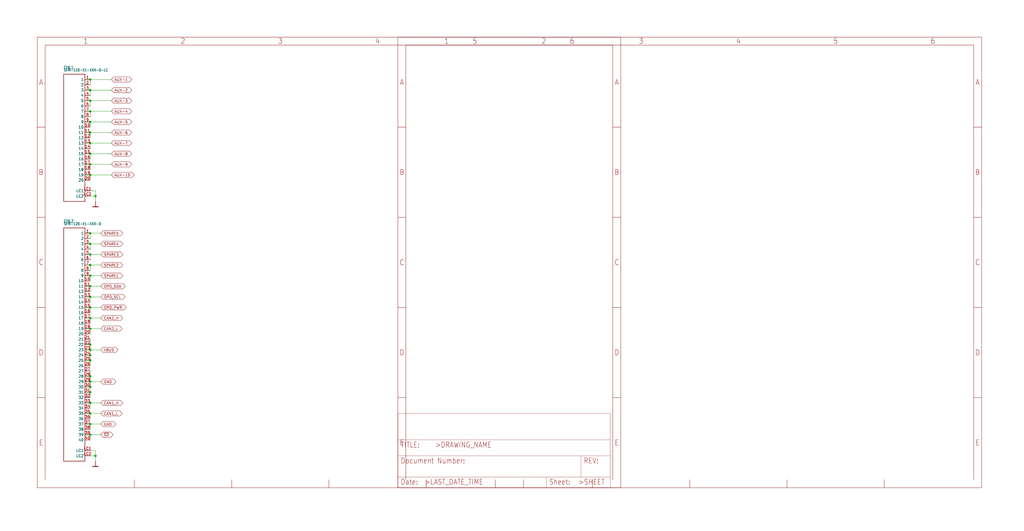
<source format=kicad_sch>
(kicad_sch (version 20211123) (generator eeschema)
  (paper "User" 490.22 254.406)
  (lib_symbols
    (symbol "oresat-backplane-2u-eagle-import:FRAME_A_L"
      (symbol "FRAME_A_L_0_0"
        (polyline (pts (xy 0 43.18) (xy 3.81 43.18)))
        (polyline (pts (xy 0 86.36) (xy 3.81 86.36)))
        (polyline (pts (xy 0 129.54) (xy 3.81 129.54)))
        (polyline (pts (xy 0 172.72) (xy 3.81 172.72)))
        (polyline (pts (xy 3.81 3.81) (xy 3.81 212.09)))
        (polyline (pts (xy 46.5667 0) (xy 46.5667 3.81)))
        (polyline (pts (xy 93.1333 0) (xy 93.1333 3.81)))
        (polyline (pts (xy 139.7 0) (xy 139.7 3.81)))
        (polyline (pts (xy 186.2667 0) (xy 186.2667 3.81)))
        (polyline (pts (xy 232.8333 0) (xy 232.8333 3.81)))
        (polyline (pts (xy 275.59 3.81) (xy 275.59 212.09)))
        (polyline (pts (xy 275.59 43.18) (xy 279.4 43.18)))
        (polyline (pts (xy 275.59 86.36) (xy 279.4 86.36)))
        (polyline (pts (xy 275.59 129.54) (xy 279.4 129.54)))
        (polyline (pts (xy 275.59 172.72) (xy 279.4 172.72)))
        (polyline (pts (xy 275.59 212.09) (xy 3.81 212.09)))
        (polyline (pts (xy 0 0) (xy 279.4 0) (xy 279.4 215.9) (xy 0 215.9) (xy 0 0)))
        (text "1" (at 23.2833 213.995 0) (effects (font (size 2.54 2.286))))
        (text "2" (at 69.85 213.995 0) (effects (font (size 2.54 2.286))))
        (text "3" (at 116.4167 213.995 0) (effects (font (size 2.54 2.286))))
        (text "4" (at 162.9833 213.995 0) (effects (font (size 2.54 2.286))))
        (text "5" (at 209.55 213.995 0) (effects (font (size 2.54 2.286))))
        (text "6" (at 256.1167 213.995 0) (effects (font (size 2.54 2.286))))
        (text "A" (at 1.905 194.31 0) (effects (font (size 2.54 2.286))))
        (text "A" (at 277.495 194.31 0) (effects (font (size 2.54 2.286))))
        (text "B" (at 1.905 151.13 0) (effects (font (size 2.54 2.286))))
        (text "B" (at 277.495 151.13 0) (effects (font (size 2.54 2.286))))
        (text "C" (at 1.905 107.95 0) (effects (font (size 2.54 2.286))))
        (text "C" (at 277.495 107.95 0) (effects (font (size 2.54 2.286))))
        (text "D" (at 1.905 64.77 0) (effects (font (size 2.54 2.286))))
        (text "D" (at 277.495 64.77 0) (effects (font (size 2.54 2.286))))
        (text "E" (at 1.905 21.59 0) (effects (font (size 2.54 2.286))))
        (text "E" (at 277.495 21.59 0) (effects (font (size 2.54 2.286))))
      )
      (symbol "FRAME_A_L_2_0"
        (polyline (pts (xy 0 0) (xy 0 5.08)) (stroke (width 0.1016)))
        (polyline (pts (xy 0 0) (xy 71.12 0)) (stroke (width 0.1016)))
        (polyline (pts (xy 0 5.08) (xy 0 15.24)) (stroke (width 0.1016)))
        (polyline (pts (xy 0 5.08) (xy 71.12 5.08)) (stroke (width 0.1016)))
        (polyline (pts (xy 0 15.24) (xy 0 22.86)) (stroke (width 0.1016)))
        (polyline (pts (xy 0 22.86) (xy 0 35.56)) (stroke (width 0.1016)))
        (polyline (pts (xy 0 22.86) (xy 101.6 22.86)) (stroke (width 0.1016)))
        (polyline (pts (xy 71.12 0) (xy 101.6 0)) (stroke (width 0.1016)))
        (polyline (pts (xy 71.12 5.08) (xy 71.12 0)) (stroke (width 0.1016)))
        (polyline (pts (xy 71.12 5.08) (xy 87.63 5.08)) (stroke (width 0.1016)))
        (polyline (pts (xy 87.63 5.08) (xy 101.6 5.08)) (stroke (width 0.1016)))
        (polyline (pts (xy 87.63 15.24) (xy 0 15.24)) (stroke (width 0.1016)))
        (polyline (pts (xy 87.63 15.24) (xy 87.63 5.08)) (stroke (width 0.1016)))
        (polyline (pts (xy 101.6 5.08) (xy 101.6 0)) (stroke (width 0.1016)))
        (polyline (pts (xy 101.6 15.24) (xy 87.63 15.24)) (stroke (width 0.1016)))
        (polyline (pts (xy 101.6 15.24) (xy 101.6 5.08)) (stroke (width 0.1016)))
        (polyline (pts (xy 101.6 22.86) (xy 101.6 15.24)) (stroke (width 0.1016)))
        (polyline (pts (xy 101.6 35.56) (xy 0 35.56)) (stroke (width 0.1016)))
        (polyline (pts (xy 101.6 35.56) (xy 101.6 22.86)) (stroke (width 0.1016)))
        (text ">DRAWING_NAME" (at 17.78 19.05 0) (effects (font (size 2.54 2.159)) (justify left bottom)))
        (text ">LAST_DATE_TIME" (at 12.7 1.27 0) (effects (font (size 2.54 2.159)) (justify left bottom)))
        (text ">SHEET" (at 86.36 1.27 0) (effects (font (size 2.54 2.159)) (justify left bottom)))
        (text "Date:" (at 1.27 1.27 0) (effects (font (size 2.54 2.159)) (justify left bottom)))
        (text "Document Number:" (at 1.27 11.43 0) (effects (font (size 2.54 2.159)) (justify left bottom)))
        (text "REV:" (at 88.9 11.43 0) (effects (font (size 2.54 2.159)) (justify left bottom)))
        (text "Sheet:" (at 72.39 1.27 0) (effects (font (size 2.54 2.159)) (justify left bottom)))
        (text "TITLE:" (at 1.27 19.05 0) (effects (font (size 2.54 2.159)) (justify left bottom)))
      )
    )
    (symbol "oresat-backplane-2u-eagle-import:GND" (power)
      (symbol "GND_1_0"
        (polyline (pts (xy -1.27 -2.54) (xy 1.27 -2.54)) (stroke (width 0.4064)))
        (pin power_in line (at 0 0 270) (length 2.54) (name "GND") (number "1"))
      )
    )
    (symbol "oresat-backplane-2u-eagle-import:SFM-110-X1-XXX-D-LC"
      (property "Reference" "CF" (at -2.54 33.02 0))
      (property "Value" "SFM-110-X1-XXX-D-LC" (at -2.54 31.75 0))
      (symbol "SFM-110-X1-XXX-D-LC_1_0"
        (polyline (pts (xy -2.54 -30.48) (xy -2.54 30.48)) (stroke (width 0.254)))
        (polyline (pts (xy -2.54 30.48) (xy 7.62 30.48)) (stroke (width 0.254)))
        (polyline (pts (xy 7.62 -30.48) (xy -2.54 -30.48)) (stroke (width 0.254)))
        (polyline (pts (xy 7.62 30.48) (xy 7.62 -30.48)) (stroke (width 0.254)))
        (pin passive line (at 10.16 27.94 180) (length 2.54) (name "1") (number "1"))
        (pin passive line (at 10.16 5.08 180) (length 2.54) (name "10") (number "10"))
        (pin passive line (at 10.16 2.54 180) (length 2.54) (name "11") (number "11"))
        (pin passive line (at 10.16 0 180) (length 2.54) (name "12") (number "12"))
        (pin passive line (at 10.16 -2.54 180) (length 2.54) (name "13") (number "13"))
        (pin passive line (at 10.16 -5.08 180) (length 2.54) (name "14") (number "14"))
        (pin passive line (at 10.16 -7.62 180) (length 2.54) (name "15") (number "15"))
        (pin passive line (at 10.16 -10.16 180) (length 2.54) (name "16") (number "16"))
        (pin passive line (at 10.16 -12.7 180) (length 2.54) (name "17") (number "17"))
        (pin passive line (at 10.16 -15.24 180) (length 2.54) (name "18") (number "18"))
        (pin passive line (at 10.16 -17.78 180) (length 2.54) (name "19") (number "19"))
        (pin passive line (at 10.16 25.4 180) (length 2.54) (name "2") (number "2"))
        (pin passive line (at 10.16 -20.32 180) (length 2.54) (name "20") (number "20"))
        (pin passive line (at 10.16 22.86 180) (length 2.54) (name "3") (number "3"))
        (pin passive line (at 10.16 20.32 180) (length 2.54) (name "4") (number "4"))
        (pin passive line (at 10.16 17.78 180) (length 2.54) (name "5") (number "5"))
        (pin passive line (at 10.16 15.24 180) (length 2.54) (name "6") (number "6"))
        (pin passive line (at 10.16 12.7 180) (length 2.54) (name "7") (number "7"))
        (pin passive line (at 10.16 10.16 180) (length 2.54) (name "8") (number "8"))
        (pin passive line (at 10.16 7.62 180) (length 2.54) (name "9") (number "9"))
        (pin passive line (at 10.16 -25.4 180) (length 2.54) (name "LC1") (number "LC1"))
        (pin passive line (at 10.16 -27.94 180) (length 2.54) (name "LC2") (number "LC2"))
      )
    )
    (symbol "oresat-backplane-2u-eagle-import:SFM-120-X1-XXX-D"
      (property "Reference" "J" (at -2.54 50.8 0))
      (property "Value" "SFM-120-X1-XXX-D" (at -2.54 49.53 0))
      (symbol "SFM-120-X1-XXX-D_1_0"
        (polyline (pts (xy -2.54 -63.5) (xy -2.54 48.26)) (stroke (width 0.254)))
        (polyline (pts (xy -2.54 48.26) (xy 7.62 48.26)) (stroke (width 0.254)))
        (polyline (pts (xy 7.62 -63.5) (xy -2.54 -63.5)) (stroke (width 0.254)))
        (polyline (pts (xy 7.62 48.26) (xy 7.62 -63.5)) (stroke (width 0.254)))
        (pin passive line (at 10.16 45.72 180) (length 2.54) (name "1") (number "1"))
        (pin passive line (at 10.16 22.86 180) (length 2.54) (name "10") (number "10"))
        (pin passive line (at 10.16 20.32 180) (length 2.54) (name "11") (number "11"))
        (pin passive line (at 10.16 17.78 180) (length 2.54) (name "12") (number "12"))
        (pin passive line (at 10.16 15.24 180) (length 2.54) (name "13") (number "13"))
        (pin passive line (at 10.16 12.7 180) (length 2.54) (name "14") (number "14"))
        (pin passive line (at 10.16 10.16 180) (length 2.54) (name "15") (number "15"))
        (pin passive line (at 10.16 7.62 180) (length 2.54) (name "16") (number "16"))
        (pin passive line (at 10.16 5.08 180) (length 2.54) (name "17") (number "17"))
        (pin passive line (at 10.16 2.54 180) (length 2.54) (name "18") (number "18"))
        (pin passive line (at 10.16 0 180) (length 2.54) (name "19") (number "19"))
        (pin passive line (at 10.16 43.18 180) (length 2.54) (name "2") (number "2"))
        (pin passive line (at 10.16 -2.54 180) (length 2.54) (name "20") (number "20"))
        (pin passive line (at 10.16 -5.08 180) (length 2.54) (name "21") (number "21"))
        (pin passive line (at 10.16 -7.62 180) (length 2.54) (name "22") (number "22"))
        (pin passive line (at 10.16 -10.16 180) (length 2.54) (name "23") (number "23"))
        (pin passive line (at 10.16 -12.7 180) (length 2.54) (name "24") (number "24"))
        (pin passive line (at 10.16 -15.24 180) (length 2.54) (name "25") (number "25"))
        (pin passive line (at 10.16 -17.78 180) (length 2.54) (name "26") (number "26"))
        (pin passive line (at 10.16 -20.32 180) (length 2.54) (name "27") (number "27"))
        (pin passive line (at 10.16 -22.86 180) (length 2.54) (name "28") (number "28"))
        (pin passive line (at 10.16 -25.4 180) (length 2.54) (name "29") (number "29"))
        (pin passive line (at 10.16 40.64 180) (length 2.54) (name "3") (number "3"))
        (pin passive line (at 10.16 -27.94 180) (length 2.54) (name "30") (number "30"))
        (pin passive line (at 10.16 -30.48 180) (length 2.54) (name "31") (number "31"))
        (pin passive line (at 10.16 -33.02 180) (length 2.54) (name "32") (number "32"))
        (pin passive line (at 10.16 -35.56 180) (length 2.54) (name "33") (number "33"))
        (pin passive line (at 10.16 -38.1 180) (length 2.54) (name "34") (number "34"))
        (pin passive line (at 10.16 -40.64 180) (length 2.54) (name "35") (number "35"))
        (pin passive line (at 10.16 -43.18 180) (length 2.54) (name "36") (number "36"))
        (pin passive line (at 10.16 -45.72 180) (length 2.54) (name "37") (number "37"))
        (pin passive line (at 10.16 -48.26 180) (length 2.54) (name "38") (number "38"))
        (pin passive line (at 10.16 -50.8 180) (length 2.54) (name "39") (number "39"))
        (pin passive line (at 10.16 38.1 180) (length 2.54) (name "4") (number "4"))
        (pin passive line (at 10.16 -53.34 180) (length 2.54) (name "40") (number "40"))
        (pin passive line (at 10.16 35.56 180) (length 2.54) (name "5") (number "5"))
        (pin passive line (at 10.16 33.02 180) (length 2.54) (name "6") (number "6"))
        (pin passive line (at 10.16 30.48 180) (length 2.54) (name "7") (number "7"))
        (pin passive line (at 10.16 27.94 180) (length 2.54) (name "8") (number "8"))
        (pin passive line (at 10.16 25.4 180) (length 2.54) (name "9") (number "9"))
        (pin passive line (at 10.16 -58.42 180) (length 2.54) (name "LC1") (number "LC1"))
        (pin passive line (at 10.16 -60.96 180) (length 2.54) (name "LC2") (number "LC2"))
      )
    )
  )
  (junction (at 43.18 170.18))
  (junction (at 43.18 157.48))
  (junction (at 43.18 53.34))
  (junction (at 45.72 218.44))
  (junction (at 43.18 73.66))
  (junction (at 43.18 132.08))
  (junction (at 43.18 121.92))
  (junction (at 43.18 43.18))
  (junction (at 43.18 142.24))
  (junction (at 43.18 147.32))
  (junction (at 43.18 48.26))
  (junction (at 43.18 193.04))
  (junction (at 43.18 180.34))
  (junction (at 43.18 198.12))
  (junction (at 43.18 182.88))
  (junction (at 43.18 167.64))
  (junction (at 43.18 185.42))
  (junction (at 43.18 38.1))
  (junction (at 43.18 172.72))
  (junction (at 43.18 152.4))
  (junction (at 43.18 63.5))
  (junction (at 43.18 58.42))
  (junction (at 43.18 187.96))
  (junction (at 43.18 83.82))
  (junction (at 43.18 116.84))
  (junction (at 43.18 137.16))
  (junction (at 43.18 111.76))
  (junction (at 43.18 208.28))
  (junction (at 43.18 203.2))
  (junction (at 45.72 93.98))
  (junction (at 43.18 165.1))
  (junction (at 43.18 68.58))
  (junction (at 43.18 127))
  (junction (at 43.18 78.74))
  (wire (pts (xy 48.26 152.4) (xy 43.18 152.4)))
  (wire (pts (xy 48.26 157.48) (xy 43.18 157.48)))
  (wire (pts (xy 43.18 53.34) (xy 53.34 53.34)))
  (wire (pts (xy 43.18 116.84) (xy 43.18 119.38)))
  (wire (pts (xy 43.18 147.32) (xy 43.18 149.86)))
  (wire (pts (xy 43.18 73.66) (xy 43.18 76.2)))
  (wire (pts (xy 45.72 93.98) (xy 43.18 93.98)))
  (wire (pts (xy 43.18 193.04) (xy 43.18 195.58)))
  (wire (pts (xy 43.18 58.42) (xy 43.18 60.96)))
  (wire (pts (xy 43.18 68.58) (xy 43.18 71.12)))
  (wire (pts (xy 48.26 167.64) (xy 43.18 167.64)))
  (wire (pts (xy 43.18 63.5) (xy 53.34 63.5)))
  (wire (pts (xy 43.18 43.18) (xy 53.34 43.18)))
  (wire (pts (xy 43.18 73.66) (xy 53.34 73.66)))
  (wire (pts (xy 43.18 38.1) (xy 53.34 38.1)))
  (wire (pts (xy 48.26 142.24) (xy 43.18 142.24)))
  (wire (pts (xy 43.18 63.5) (xy 43.18 66.04)))
  (wire (pts (xy 48.26 198.12) (xy 43.18 198.12)))
  (wire (pts (xy 43.18 116.84) (xy 48.26 116.84)))
  (wire (pts (xy 43.18 182.88) (xy 43.18 185.42)))
  (wire (pts (xy 43.18 83.82) (xy 43.18 86.36)))
  (wire (pts (xy 43.18 53.34) (xy 43.18 55.88)))
  (wire (pts (xy 45.72 93.98) (xy 45.72 91.44)))
  (wire (pts (xy 43.18 68.58) (xy 53.34 68.58)))
  (wire (pts (xy 48.26 147.32) (xy 43.18 147.32)))
  (wire (pts (xy 43.18 142.24) (xy 43.18 144.78)))
  (wire (pts (xy 43.18 162.56) (xy 43.18 165.1)))
  (wire (pts (xy 48.26 182.88) (xy 43.18 182.88)))
  (wire (pts (xy 48.26 137.16) (xy 43.18 137.16)))
  (wire (pts (xy 43.18 83.82) (xy 53.34 83.82)))
  (wire (pts (xy 43.18 137.16) (xy 43.18 139.7)))
  (wire (pts (xy 43.18 215.9) (xy 45.72 215.9)))
  (wire (pts (xy 45.72 96.52) (xy 45.72 93.98)))
  (wire (pts (xy 43.18 152.4) (xy 43.18 154.94)))
  (wire (pts (xy 43.18 58.42) (xy 53.34 58.42)))
  (wire (pts (xy 43.18 48.26) (xy 43.18 50.8)))
  (wire (pts (xy 43.18 78.74) (xy 53.34 78.74)))
  (wire (pts (xy 45.72 91.44) (xy 43.18 91.44)))
  (wire (pts (xy 43.18 187.96) (xy 43.18 185.42)))
  (wire (pts (xy 43.18 172.72) (xy 43.18 175.26)))
  (wire (pts (xy 43.18 165.1) (xy 43.18 167.64)))
  (wire (pts (xy 45.72 215.9) (xy 45.72 218.44)))
  (wire (pts (xy 43.18 182.88) (xy 43.18 180.34)))
  (wire (pts (xy 43.18 167.64) (xy 43.18 170.18)))
  (wire (pts (xy 43.18 38.1) (xy 43.18 40.64)))
  (wire (pts (xy 48.26 127) (xy 43.18 127)))
  (wire (pts (xy 43.18 170.18) (xy 43.18 172.72)))
  (wire (pts (xy 43.18 132.08) (xy 43.18 134.62)))
  (wire (pts (xy 43.18 121.92) (xy 43.18 124.46)))
  (wire (pts (xy 43.18 111.76) (xy 48.26 111.76)))
  (wire (pts (xy 48.26 208.28) (xy 43.18 208.28)))
  (wire (pts (xy 43.18 157.48) (xy 43.18 160.02)))
  (wire (pts (xy 43.18 78.74) (xy 43.18 81.28)))
  (wire (pts (xy 43.18 208.28) (xy 43.18 210.82)))
  (wire (pts (xy 43.18 43.18) (xy 43.18 45.72)))
  (wire (pts (xy 48.26 203.2) (xy 43.18 203.2)))
  (wire (pts (xy 43.18 111.76) (xy 43.18 114.3)))
  (wire (pts (xy 43.18 48.26) (xy 53.34 48.26)))
  (wire (pts (xy 43.18 218.44) (xy 45.72 218.44)))
  (wire (pts (xy 48.26 193.04) (xy 43.18 193.04)))
  (wire (pts (xy 43.18 127) (xy 43.18 129.54)))
  (wire (pts (xy 43.18 187.96) (xy 43.18 190.5)))
  (wire (pts (xy 43.18 198.12) (xy 43.18 200.66)))
  (wire (pts (xy 48.26 132.08) (xy 43.18 132.08)))
  (wire (pts (xy 43.18 121.92) (xy 48.26 121.92)))
  (wire (pts (xy 43.18 177.8) (xy 43.18 180.34)))
  (wire (pts (xy 43.18 203.2) (xy 43.18 205.74)))
  (wire (pts (xy 45.72 218.44) (xy 45.72 220.98)))
  (global_label "GND" (shape bidirectional) (at 48.26 203.2 0) (effects (font (size 1.2446 1.2446))) (property "Intersheet References" "${INTERSHEET_REFS}" (effects hide)))
  (global_label "SPARE1" (shape bidirectional) (at 48.26 132.08 0) (effects (font (size 1.2446 1.2446))) (property "Intersheet References" "${INTERSHEET_REFS}" (effects hide)))
  (global_label "SPARE4" (shape bidirectional) (at 48.26 116.84 0) (effects (font (size 1.2446 1.2446))) (property "Intersheet References" "${INTERSHEET_REFS}" (effects hide)))
  (global_label "AUX-9" (shape bidirectional) (at 53.34 78.74 0) (effects (font (size 1.2446 1.2446))) (property "Intersheet References" "${INTERSHEET_REFS}" (effects hide)))
  (global_label "AUX-10" (shape bidirectional) (at 53.34 83.82 0) (effects (font (size 1.2446 1.2446))) (property "Intersheet References" "${INTERSHEET_REFS}" (effects hide)))
  (global_label "AUX-5" (shape bidirectional) (at 53.34 58.42 0) (effects (font (size 1.2446 1.2446))) (property "Intersheet References" "${INTERSHEET_REFS}" (effects hide)))
  (global_label "~{SD}" (shape bidirectional) (at 48.26 208.28 0) (effects (font (size 1.2446 1.2446))) (property "Intersheet References" "${INTERSHEET_REFS}" (effects hide)))
  (global_label "AUX-8" (shape bidirectional) (at 53.34 73.66 0) (effects (font (size 1.2446 1.2446))) (property "Intersheet References" "${INTERSHEET_REFS}" (effects hide)))
  (global_label "CAN1_L" (shape bidirectional) (at 48.26 198.12 0) (effects (font (size 1.2446 1.2446))) (property "Intersheet References" "${INTERSHEET_REFS}" (effects hide)))
  (global_label "AUX-7" (shape bidirectional) (at 53.34 68.58 0) (effects (font (size 1.2446 1.2446))) (property "Intersheet References" "${INTERSHEET_REFS}" (effects hide)))
  (global_label "CAN2_L" (shape bidirectional) (at 48.26 157.48 0) (effects (font (size 1.2446 1.2446))) (property "Intersheet References" "${INTERSHEET_REFS}" (effects hide)))
  (global_label "AUX-6" (shape bidirectional) (at 53.34 63.5 0) (effects (font (size 1.2446 1.2446))) (property "Intersheet References" "${INTERSHEET_REFS}" (effects hide)))
  (global_label "OPD_SCL" (shape bidirectional) (at 48.26 142.24 0) (effects (font (size 1.2446 1.2446))) (property "Intersheet References" "${INTERSHEET_REFS}" (effects hide)))
  (global_label "AUX-4" (shape bidirectional) (at 53.34 53.34 0) (effects (font (size 1.2446 1.2446))) (property "Intersheet References" "${INTERSHEET_REFS}" (effects hide)))
  (global_label "SPARE3" (shape bidirectional) (at 48.26 121.92 0) (effects (font (size 1.2446 1.2446))) (property "Intersheet References" "${INTERSHEET_REFS}" (effects hide)))
  (global_label "OPD_PWR" (shape bidirectional) (at 48.26 147.32 0) (effects (font (size 1.2446 1.2446))) (property "Intersheet References" "${INTERSHEET_REFS}" (effects hide)))
  (global_label "AUX-1" (shape bidirectional) (at 53.34 38.1 0) (effects (font (size 1.2446 1.2446))) (property "Intersheet References" "${INTERSHEET_REFS}" (effects hide)))
  (global_label "OPD_SDA" (shape bidirectional) (at 48.26 137.16 0) (effects (font (size 1.2446 1.2446))) (property "Intersheet References" "${INTERSHEET_REFS}" (effects hide)))
  (global_label "SPARE2" (shape bidirectional) (at 48.26 127 0) (effects (font (size 1.2446 1.2446))) (property "Intersheet References" "${INTERSHEET_REFS}" (effects hide)))
  (global_label "CAN2_H" (shape bidirectional) (at 48.26 152.4 0) (effects (font (size 1.2446 1.2446))) (property "Intersheet References" "${INTERSHEET_REFS}" (effects hide)))
  (global_label "VBUS" (shape bidirectional) (at 48.26 167.64 0) (effects (font (size 1.2446 1.2446))) (property "Intersheet References" "${INTERSHEET_REFS}" (effects hide)))
  (global_label "SPARE5" (shape bidirectional) (at 48.26 111.76 0) (effects (font (size 1.2446 1.2446))) (property "Intersheet References" "${INTERSHEET_REFS}" (effects hide)))
  (global_label "AUX-3" (shape bidirectional) (at 53.34 48.26 0) (effects (font (size 1.2446 1.2446))) (property "Intersheet References" "${INTERSHEET_REFS}" (effects hide)))
  (global_label "AUX-2" (shape bidirectional) (at 53.34 43.18 0) (effects (font (size 1.2446 1.2446))) (property "Intersheet References" "${INTERSHEET_REFS}" (effects hide)))
  (global_label "CAN1_H" (shape bidirectional) (at 48.26 193.04 0) (effects (font (size 1.2446 1.2446))) (property "Intersheet References" "${INTERSHEET_REFS}" (effects hide)))
  (global_label "GND" (shape bidirectional) (at 48.26 182.88 0) (effects (font (size 1.2446 1.2446))) (property "Intersheet References" "${INTERSHEET_REFS}" (effects hide)))
  (symbol (lib_id "oresat-backplane-2u-eagle-import:SFM-110-X1-XXX-D-LC") (at 33.02 66.04 0) (unit 1)
    (property "Reference" "CF6.1" (at 30.48 33.02 0) (effects (font (size 1.27 1.0795)) (justify left bottom)))
    (property "Value" "SFM-110-X1-XXX-D-LC" (at 30.48 34.29 0) (effects (font (size 1.27 1.0795)) (justify left bottom)))
    (property "Footprint" "oresat-backplane-2u:SFM-110-X1-XXX-D-LC" (effects hide))
  )
  (symbol (lib_id "oresat-backplane-2u-eagle-import:SFM-120-X1-XXX-D") (at 33.02 157.48 0) (unit 1)
    (property "Reference" "CF6.2" (at 30.48 106.68 0) (effects (font (size 1.27 1.0795)) (justify left bottom)))
    (property "Value" "SFM-120-X1-XXX-D" (at 30.48 107.95 0) (effects (font (size 1.27 1.0795)) (justify left bottom)))
    (property "Footprint" "oresat-backplane-2u:SFM-120-X1-XXX-D" (effects hide))
  )
  (symbol (lib_id "oresat-backplane-2u-eagle-import:FRAME_A_L") (at 190.5 233.68 0) (unit 2)
    (property "Reference" "#FRAME15" (effects hide))
    (property "Value" "FRAME_A_L" (effects hide))
    (property "Footprint" "oresat-backplane-2u:" (effects hide))
  )
  (symbol (lib_id "oresat-backplane-2u-eagle-import:FRAME_A_L") (at 17.78 233.68 0) (unit 1)
    (property "Reference" "#FRAME15" (effects hide))
    (property "Value" "FRAME_A_L" (effects hide))
    (property "Footprint" "oresat-backplane-2u:" (effects hide))
  )
  (symbol (lib_id "oresat-backplane-2u-eagle-import:GND") (at 45.72 220.98 0) (unit 1)
    (property "Reference" "#GND085" (effects hide))
    (property "Value" "GND" (effects hide))
    (property "Footprint" "oresat-backplane-2u:" (effects hide))
  )
  (symbol (lib_id "oresat-backplane-2u-eagle-import:GND") (at 45.72 96.52 0) (unit 1)
    (property "Reference" "#GND089" (effects hide))
    (property "Value" "GND" (effects hide))
    (property "Footprint" "oresat-backplane-2u:" (effects hide))
  )
)
</source>
